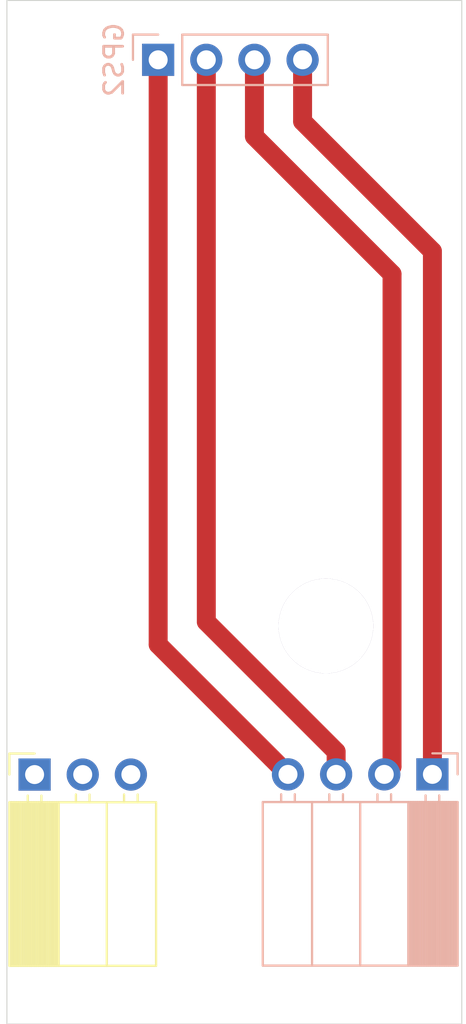
<source format=kicad_pcb>
(kicad_pcb (version 20171130) (host pcbnew "(5.1.5)-3")

  (general
    (thickness 1.6)
    (drawings 4)
    (tracks 15)
    (zones 0)
    (modules 3)
    (nets 8)
  )

  (page A4)
  (layers
    (0 F.Cu signal)
    (31 B.Cu signal)
    (32 B.Adhes user)
    (33 F.Adhes user)
    (34 B.Paste user)
    (35 F.Paste user)
    (36 B.SilkS user)
    (37 F.SilkS user)
    (38 B.Mask user)
    (39 F.Mask user)
    (40 Dwgs.User user)
    (41 Cmts.User user)
    (42 Eco1.User user)
    (43 Eco2.User user)
    (44 Edge.Cuts user)
    (45 Margin user)
    (46 B.CrtYd user)
    (47 F.CrtYd user hide)
    (48 B.Fab user)
    (49 F.Fab user hide)
  )

  (setup
    (last_trace_width 0.25)
    (user_trace_width 1)
    (trace_clearance 0.2)
    (zone_clearance 0.508)
    (zone_45_only no)
    (trace_min 0.2)
    (via_size 0.8)
    (via_drill 0.4)
    (via_min_size 0.4)
    (via_min_drill 0.3)
    (uvia_size 0.3)
    (uvia_drill 0.1)
    (uvias_allowed no)
    (uvia_min_size 0.2)
    (uvia_min_drill 0.1)
    (edge_width 0.05)
    (segment_width 0.2)
    (pcb_text_width 0.3)
    (pcb_text_size 1.5 1.5)
    (mod_edge_width 0.12)
    (mod_text_size 1 1)
    (mod_text_width 0.15)
    (pad_size 0.85 0.85)
    (pad_drill 0.5)
    (pad_to_mask_clearance 0.051)
    (solder_mask_min_width 0.25)
    (aux_axis_origin 0 0)
    (visible_elements 7FFFFFFF)
    (pcbplotparams
      (layerselection 0x010fc_ffffffff)
      (usegerberextensions false)
      (usegerberattributes false)
      (usegerberadvancedattributes false)
      (creategerberjobfile false)
      (excludeedgelayer true)
      (linewidth 0.100000)
      (plotframeref false)
      (viasonmask false)
      (mode 1)
      (useauxorigin false)
      (hpglpennumber 1)
      (hpglpenspeed 20)
      (hpglpendiameter 15.000000)
      (psnegative false)
      (psa4output false)
      (plotreference true)
      (plotvalue true)
      (plotinvisibletext false)
      (padsonsilk false)
      (subtractmaskfromsilk false)
      (outputformat 1)
      (mirror false)
      (drillshape 1)
      (scaleselection 1)
      (outputdirectory ""))
  )

  (net 0 "")
  (net 1 Gnd)
  (net 2 Vcc)
  (net 3 TX)
  (net 4 RX)
  (net 5 "Net-(Suporte1-Pad3)")
  (net 6 "Net-(Suporte1-Pad2)")
  (net 7 "Net-(Suporte1-Pad1)")

  (net_class Default "Esta é a classe de rede padrão."
    (clearance 0.2)
    (trace_width 0.25)
    (via_dia 0.8)
    (via_drill 0.4)
    (uvia_dia 0.3)
    (uvia_drill 0.1)
    (add_net Gnd)
    (add_net "Net-(Suporte1-Pad1)")
    (add_net "Net-(Suporte1-Pad2)")
    (add_net "Net-(Suporte1-Pad3)")
    (add_net RX)
    (add_net TX)
    (add_net Vcc)
  )

  (module Connector_PinHeader_2.54mm:PinHeader_1x04_P2.54mm_Vertical (layer B.Cu) (tedit 59FED5CC) (tstamp 5F7DA450)
    (at 120.98 59.13 270)
    (descr "Through hole straight pin header, 1x04, 2.54mm pitch, single row")
    (tags "Through hole pin header THT 1x04 2.54mm single row")
    (path /5F7E3809)
    (fp_text reference GPS2 (at 0 2.33 90) (layer B.SilkS)
      (effects (font (size 1 1) (thickness 0.15)) (justify mirror))
    )
    (fp_text value Con (at 0 -9.95 90) (layer B.Fab)
      (effects (font (size 1 1) (thickness 0.15)) (justify mirror))
    )
    (fp_text user %R (at 0 -3.81 180) (layer B.Fab)
      (effects (font (size 1 1) (thickness 0.15)) (justify mirror))
    )
    (fp_line (start 1.8 1.8) (end -1.8 1.8) (layer B.CrtYd) (width 0.05))
    (fp_line (start 1.8 -9.4) (end 1.8 1.8) (layer B.CrtYd) (width 0.05))
    (fp_line (start -1.8 -9.4) (end 1.8 -9.4) (layer B.CrtYd) (width 0.05))
    (fp_line (start -1.8 1.8) (end -1.8 -9.4) (layer B.CrtYd) (width 0.05))
    (fp_line (start -1.33 1.33) (end 0 1.33) (layer B.SilkS) (width 0.12))
    (fp_line (start -1.33 0) (end -1.33 1.33) (layer B.SilkS) (width 0.12))
    (fp_line (start -1.33 -1.27) (end 1.33 -1.27) (layer B.SilkS) (width 0.12))
    (fp_line (start 1.33 -1.27) (end 1.33 -8.95) (layer B.SilkS) (width 0.12))
    (fp_line (start -1.33 -1.27) (end -1.33 -8.95) (layer B.SilkS) (width 0.12))
    (fp_line (start -1.33 -8.95) (end 1.33 -8.95) (layer B.SilkS) (width 0.12))
    (fp_line (start -1.27 0.635) (end -0.635 1.27) (layer B.Fab) (width 0.1))
    (fp_line (start -1.27 -8.89) (end -1.27 0.635) (layer B.Fab) (width 0.1))
    (fp_line (start 1.27 -8.89) (end -1.27 -8.89) (layer B.Fab) (width 0.1))
    (fp_line (start 1.27 1.27) (end 1.27 -8.89) (layer B.Fab) (width 0.1))
    (fp_line (start -0.635 1.27) (end 1.27 1.27) (layer B.Fab) (width 0.1))
    (pad 4 thru_hole oval (at 0 -7.62 270) (size 1.7 1.7) (drill 1) (layers *.Cu *.Mask)
      (net 1 Gnd))
    (pad 3 thru_hole oval (at 0 -5.08 270) (size 1.7 1.7) (drill 1) (layers *.Cu *.Mask)
      (net 3 TX))
    (pad 2 thru_hole oval (at 0 -2.54 270) (size 1.7 1.7) (drill 1) (layers *.Cu *.Mask)
      (net 4 RX))
    (pad 1 thru_hole rect (at 0 0 270) (size 1.7 1.7) (drill 1) (layers *.Cu *.Mask)
      (net 2 Vcc))
    (model ${KISYS3DMOD}/Connector_PinHeader_2.54mm.3dshapes/PinHeader_1x04_P2.54mm_Vertical.wrl
      (at (xyz 0 0 0))
      (scale (xyz 1 1 1))
      (rotate (xyz 0 0 0))
    )
    (model C:/Users/Usuário/Desktop/Placa_GPS/gps_module_ublox_neo6mv2.stp
      (offset (xyz 15 -4 5))
      (scale (xyz 1 1 1))
      (rotate (xyz 90 0 90))
    )
  )

  (module Connector_PinSocket_2.54mm:PinSocket_1x03_P2.54mm_Horizontal (layer F.Cu) (tedit 5A19A429) (tstamp 5F7DA494)
    (at 114.46 96.84 90)
    (descr "Through hole angled socket strip, 1x03, 2.54mm pitch, 8.51mm socket length, single row (from Kicad 4.0.7), script generated")
    (tags "Through hole angled socket strip THT 1x03 2.54mm single row")
    (path /5F7DBCD1)
    (fp_text reference Suporte1 (at -4.38 -2.77 90) (layer F.SilkS) hide
      (effects (font (size 1 1) (thickness 0.15)))
    )
    (fp_text value Con (at -4.38 7.85 90) (layer F.Fab)
      (effects (font (size 1 1) (thickness 0.15)))
    )
    (fp_text user %R (at -5.775 2.54 90) (layer F.Fab)
      (effects (font (size 1 1) (thickness 0.15)))
    )
    (fp_line (start 1.75 6.85) (end 1.75 -1.8) (layer F.CrtYd) (width 0.05))
    (fp_line (start -10.55 6.85) (end 1.75 6.85) (layer F.CrtYd) (width 0.05))
    (fp_line (start -10.55 -1.8) (end -10.55 6.85) (layer F.CrtYd) (width 0.05))
    (fp_line (start 1.75 -1.8) (end -10.55 -1.8) (layer F.CrtYd) (width 0.05))
    (fp_line (start 0 -1.33) (end 1.11 -1.33) (layer F.SilkS) (width 0.12))
    (fp_line (start 1.11 -1.33) (end 1.11 0) (layer F.SilkS) (width 0.12))
    (fp_line (start -10.09 -1.33) (end -10.09 6.41) (layer F.SilkS) (width 0.12))
    (fp_line (start -10.09 6.41) (end -1.46 6.41) (layer F.SilkS) (width 0.12))
    (fp_line (start -1.46 -1.33) (end -1.46 6.41) (layer F.SilkS) (width 0.12))
    (fp_line (start -10.09 -1.33) (end -1.46 -1.33) (layer F.SilkS) (width 0.12))
    (fp_line (start -10.09 3.81) (end -1.46 3.81) (layer F.SilkS) (width 0.12))
    (fp_line (start -10.09 1.27) (end -1.46 1.27) (layer F.SilkS) (width 0.12))
    (fp_line (start -1.46 5.44) (end -1.05 5.44) (layer F.SilkS) (width 0.12))
    (fp_line (start -1.46 4.72) (end -1.05 4.72) (layer F.SilkS) (width 0.12))
    (fp_line (start -1.46 2.9) (end -1.05 2.9) (layer F.SilkS) (width 0.12))
    (fp_line (start -1.46 2.18) (end -1.05 2.18) (layer F.SilkS) (width 0.12))
    (fp_line (start -1.46 0.36) (end -1.11 0.36) (layer F.SilkS) (width 0.12))
    (fp_line (start -1.46 -0.36) (end -1.11 -0.36) (layer F.SilkS) (width 0.12))
    (fp_line (start -10.09 1.1519) (end -1.46 1.1519) (layer F.SilkS) (width 0.12))
    (fp_line (start -10.09 1.033805) (end -1.46 1.033805) (layer F.SilkS) (width 0.12))
    (fp_line (start -10.09 0.91571) (end -1.46 0.91571) (layer F.SilkS) (width 0.12))
    (fp_line (start -10.09 0.797615) (end -1.46 0.797615) (layer F.SilkS) (width 0.12))
    (fp_line (start -10.09 0.67952) (end -1.46 0.67952) (layer F.SilkS) (width 0.12))
    (fp_line (start -10.09 0.561425) (end -1.46 0.561425) (layer F.SilkS) (width 0.12))
    (fp_line (start -10.09 0.44333) (end -1.46 0.44333) (layer F.SilkS) (width 0.12))
    (fp_line (start -10.09 0.325235) (end -1.46 0.325235) (layer F.SilkS) (width 0.12))
    (fp_line (start -10.09 0.20714) (end -1.46 0.20714) (layer F.SilkS) (width 0.12))
    (fp_line (start -10.09 0.089045) (end -1.46 0.089045) (layer F.SilkS) (width 0.12))
    (fp_line (start -10.09 -0.02905) (end -1.46 -0.02905) (layer F.SilkS) (width 0.12))
    (fp_line (start -10.09 -0.147145) (end -1.46 -0.147145) (layer F.SilkS) (width 0.12))
    (fp_line (start -10.09 -0.26524) (end -1.46 -0.26524) (layer F.SilkS) (width 0.12))
    (fp_line (start -10.09 -0.383335) (end -1.46 -0.383335) (layer F.SilkS) (width 0.12))
    (fp_line (start -10.09 -0.50143) (end -1.46 -0.50143) (layer F.SilkS) (width 0.12))
    (fp_line (start -10.09 -0.619525) (end -1.46 -0.619525) (layer F.SilkS) (width 0.12))
    (fp_line (start -10.09 -0.73762) (end -1.46 -0.73762) (layer F.SilkS) (width 0.12))
    (fp_line (start -10.09 -0.855715) (end -1.46 -0.855715) (layer F.SilkS) (width 0.12))
    (fp_line (start -10.09 -0.97381) (end -1.46 -0.97381) (layer F.SilkS) (width 0.12))
    (fp_line (start -10.09 -1.091905) (end -1.46 -1.091905) (layer F.SilkS) (width 0.12))
    (fp_line (start -10.09 -1.21) (end -1.46 -1.21) (layer F.SilkS) (width 0.12))
    (fp_line (start 0 5.38) (end 0 4.78) (layer F.Fab) (width 0.1))
    (fp_line (start -1.52 5.38) (end 0 5.38) (layer F.Fab) (width 0.1))
    (fp_line (start 0 4.78) (end -1.52 4.78) (layer F.Fab) (width 0.1))
    (fp_line (start 0 2.84) (end 0 2.24) (layer F.Fab) (width 0.1))
    (fp_line (start -1.52 2.84) (end 0 2.84) (layer F.Fab) (width 0.1))
    (fp_line (start 0 2.24) (end -1.52 2.24) (layer F.Fab) (width 0.1))
    (fp_line (start 0 0.3) (end 0 -0.3) (layer F.Fab) (width 0.1))
    (fp_line (start -1.52 0.3) (end 0 0.3) (layer F.Fab) (width 0.1))
    (fp_line (start 0 -0.3) (end -1.52 -0.3) (layer F.Fab) (width 0.1))
    (fp_line (start -10.03 6.35) (end -10.03 -1.27) (layer F.Fab) (width 0.1))
    (fp_line (start -1.52 6.35) (end -10.03 6.35) (layer F.Fab) (width 0.1))
    (fp_line (start -1.52 -0.3) (end -1.52 6.35) (layer F.Fab) (width 0.1))
    (fp_line (start -2.49 -1.27) (end -1.52 -0.3) (layer F.Fab) (width 0.1))
    (fp_line (start -10.03 -1.27) (end -2.49 -1.27) (layer F.Fab) (width 0.1))
    (pad 3 thru_hole oval (at 0 5.08 90) (size 1.7 1.7) (drill 1) (layers *.Cu *.Mask)
      (net 5 "Net-(Suporte1-Pad3)"))
    (pad 2 thru_hole oval (at 0 2.54 90) (size 1.7 1.7) (drill 1) (layers *.Cu *.Mask)
      (net 6 "Net-(Suporte1-Pad2)"))
    (pad 1 thru_hole rect (at 0 0 90) (size 1.7 1.7) (drill 1) (layers *.Cu *.Mask)
      (net 7 "Net-(Suporte1-Pad1)"))
    (model ${KISYS3DMOD}/Connector_PinSocket_2.54mm.3dshapes/PinSocket_1x03_P2.54mm_Horizontal.wrl
      (at (xyz 0 0 0))
      (scale (xyz 1 1 1))
      (rotate (xyz 0 0 0))
    )
  )

  (module Connector_PinSocket_2.54mm:PinSocket_1x04_P2.54mm_Horizontal (layer B.Cu) (tedit 5A19A424) (tstamp 5F7DA438)
    (at 135.45 96.83 90)
    (descr "Through hole angled socket strip, 1x04, 2.54mm pitch, 8.51mm socket length, single row (from Kicad 4.0.7), script generated")
    (tags "Through hole angled socket strip THT 1x04 2.54mm single row")
    (path /5F7DA268)
    (fp_text reference GPS1 (at -4.38 2.77 270) (layer B.SilkS) hide
      (effects (font (size 1 1) (thickness 0.15)) (justify mirror))
    )
    (fp_text value Con (at -4.38 -10.39 270) (layer B.Fab)
      (effects (font (size 1 1) (thickness 0.15)) (justify mirror))
    )
    (fp_text user %R (at -5.775 -3.81) (layer B.Fab)
      (effects (font (size 1 1) (thickness 0.15)) (justify mirror))
    )
    (fp_line (start 1.75 -9.45) (end 1.75 1.75) (layer B.CrtYd) (width 0.05))
    (fp_line (start -10.55 -9.45) (end 1.75 -9.45) (layer B.CrtYd) (width 0.05))
    (fp_line (start -10.55 1.75) (end -10.55 -9.45) (layer B.CrtYd) (width 0.05))
    (fp_line (start 1.75 1.75) (end -10.55 1.75) (layer B.CrtYd) (width 0.05))
    (fp_line (start 0 1.33) (end 1.11 1.33) (layer B.SilkS) (width 0.12))
    (fp_line (start 1.11 1.33) (end 1.11 0) (layer B.SilkS) (width 0.12))
    (fp_line (start -10.09 1.33) (end -10.09 -8.95) (layer B.SilkS) (width 0.12))
    (fp_line (start -10.09 -8.95) (end -1.46 -8.95) (layer B.SilkS) (width 0.12))
    (fp_line (start -1.46 1.33) (end -1.46 -8.95) (layer B.SilkS) (width 0.12))
    (fp_line (start -10.09 1.33) (end -1.46 1.33) (layer B.SilkS) (width 0.12))
    (fp_line (start -10.09 -6.35) (end -1.46 -6.35) (layer B.SilkS) (width 0.12))
    (fp_line (start -10.09 -3.81) (end -1.46 -3.81) (layer B.SilkS) (width 0.12))
    (fp_line (start -10.09 -1.27) (end -1.46 -1.27) (layer B.SilkS) (width 0.12))
    (fp_line (start -1.46 -7.98) (end -1.05 -7.98) (layer B.SilkS) (width 0.12))
    (fp_line (start -1.46 -7.26) (end -1.05 -7.26) (layer B.SilkS) (width 0.12))
    (fp_line (start -1.46 -5.44) (end -1.05 -5.44) (layer B.SilkS) (width 0.12))
    (fp_line (start -1.46 -4.72) (end -1.05 -4.72) (layer B.SilkS) (width 0.12))
    (fp_line (start -1.46 -2.9) (end -1.05 -2.9) (layer B.SilkS) (width 0.12))
    (fp_line (start -1.46 -2.18) (end -1.05 -2.18) (layer B.SilkS) (width 0.12))
    (fp_line (start -1.46 -0.36) (end -1.11 -0.36) (layer B.SilkS) (width 0.12))
    (fp_line (start -1.46 0.36) (end -1.11 0.36) (layer B.SilkS) (width 0.12))
    (fp_line (start -10.09 -1.1519) (end -1.46 -1.1519) (layer B.SilkS) (width 0.12))
    (fp_line (start -10.09 -1.033805) (end -1.46 -1.033805) (layer B.SilkS) (width 0.12))
    (fp_line (start -10.09 -0.91571) (end -1.46 -0.91571) (layer B.SilkS) (width 0.12))
    (fp_line (start -10.09 -0.797615) (end -1.46 -0.797615) (layer B.SilkS) (width 0.12))
    (fp_line (start -10.09 -0.67952) (end -1.46 -0.67952) (layer B.SilkS) (width 0.12))
    (fp_line (start -10.09 -0.561425) (end -1.46 -0.561425) (layer B.SilkS) (width 0.12))
    (fp_line (start -10.09 -0.44333) (end -1.46 -0.44333) (layer B.SilkS) (width 0.12))
    (fp_line (start -10.09 -0.325235) (end -1.46 -0.325235) (layer B.SilkS) (width 0.12))
    (fp_line (start -10.09 -0.20714) (end -1.46 -0.20714) (layer B.SilkS) (width 0.12))
    (fp_line (start -10.09 -0.089045) (end -1.46 -0.089045) (layer B.SilkS) (width 0.12))
    (fp_line (start -10.09 0.02905) (end -1.46 0.02905) (layer B.SilkS) (width 0.12))
    (fp_line (start -10.09 0.147145) (end -1.46 0.147145) (layer B.SilkS) (width 0.12))
    (fp_line (start -10.09 0.26524) (end -1.46 0.26524) (layer B.SilkS) (width 0.12))
    (fp_line (start -10.09 0.383335) (end -1.46 0.383335) (layer B.SilkS) (width 0.12))
    (fp_line (start -10.09 0.50143) (end -1.46 0.50143) (layer B.SilkS) (width 0.12))
    (fp_line (start -10.09 0.619525) (end -1.46 0.619525) (layer B.SilkS) (width 0.12))
    (fp_line (start -10.09 0.73762) (end -1.46 0.73762) (layer B.SilkS) (width 0.12))
    (fp_line (start -10.09 0.855715) (end -1.46 0.855715) (layer B.SilkS) (width 0.12))
    (fp_line (start -10.09 0.97381) (end -1.46 0.97381) (layer B.SilkS) (width 0.12))
    (fp_line (start -10.09 1.091905) (end -1.46 1.091905) (layer B.SilkS) (width 0.12))
    (fp_line (start -10.09 1.21) (end -1.46 1.21) (layer B.SilkS) (width 0.12))
    (fp_line (start 0 -7.92) (end 0 -7.32) (layer B.Fab) (width 0.1))
    (fp_line (start -1.52 -7.92) (end 0 -7.92) (layer B.Fab) (width 0.1))
    (fp_line (start 0 -7.32) (end -1.52 -7.32) (layer B.Fab) (width 0.1))
    (fp_line (start 0 -5.38) (end 0 -4.78) (layer B.Fab) (width 0.1))
    (fp_line (start -1.52 -5.38) (end 0 -5.38) (layer B.Fab) (width 0.1))
    (fp_line (start 0 -4.78) (end -1.52 -4.78) (layer B.Fab) (width 0.1))
    (fp_line (start 0 -2.84) (end 0 -2.24) (layer B.Fab) (width 0.1))
    (fp_line (start -1.52 -2.84) (end 0 -2.84) (layer B.Fab) (width 0.1))
    (fp_line (start 0 -2.24) (end -1.52 -2.24) (layer B.Fab) (width 0.1))
    (fp_line (start 0 -0.3) (end 0 0.3) (layer B.Fab) (width 0.1))
    (fp_line (start -1.52 -0.3) (end 0 -0.3) (layer B.Fab) (width 0.1))
    (fp_line (start 0 0.3) (end -1.52 0.3) (layer B.Fab) (width 0.1))
    (fp_line (start -10.03 -8.89) (end -10.03 1.27) (layer B.Fab) (width 0.1))
    (fp_line (start -1.52 -8.89) (end -10.03 -8.89) (layer B.Fab) (width 0.1))
    (fp_line (start -1.52 0.3) (end -1.52 -8.89) (layer B.Fab) (width 0.1))
    (fp_line (start -2.49 1.27) (end -1.52 0.3) (layer B.Fab) (width 0.1))
    (fp_line (start -10.03 1.27) (end -2.49 1.27) (layer B.Fab) (width 0.1))
    (pad 4 thru_hole oval (at 0 -7.62 90) (size 1.7 1.7) (drill 1) (layers *.Cu *.Mask)
      (net 2 Vcc))
    (pad 3 thru_hole oval (at 0 -5.08 90) (size 1.7 1.7) (drill 1) (layers *.Cu *.Mask)
      (net 4 RX))
    (pad 2 thru_hole oval (at 0 -2.54 90) (size 1.7 1.7) (drill 1) (layers *.Cu *.Mask)
      (net 3 TX))
    (pad 1 thru_hole rect (at 0 0 90) (size 1.7 1.7) (drill 1) (layers *.Cu *.Mask)
      (net 1 Gnd))
    (model ${KISYS3DMOD}/Connector_PinSocket_2.54mm.3dshapes/PinSocket_1x04_P2.54mm_Horizontal.wrl
      (at (xyz 0 0 0))
      (scale (xyz 1 1 1))
      (rotate (xyz 0 0 0))
    )
  )

  (gr_line (start 113 56) (end 113 110) (layer Edge.Cuts) (width 0.05))
  (gr_line (start 137 56) (end 113 56) (layer Edge.Cuts) (width 0.05))
  (gr_line (start 137 110) (end 137 56) (layer Edge.Cuts) (width 0.05))
  (gr_line (start 113 110) (end 137 110) (layer Edge.Cuts) (width 0.05))

  (via (at 129.83 89) (size 5) (drill 4.9999) (layers F.Cu B.Cu) (net 0))
  (segment (start 135.45 69.23) (end 135.45 96.83) (width 1) (layer F.Cu) (net 1))
  (segment (start 128.6 59.13) (end 128.6 62.38) (width 1) (layer F.Cu) (net 1))
  (segment (start 128.6 62.38) (end 135.45 69.23) (width 1) (layer F.Cu) (net 1))
  (segment (start 126.980001 95.980001) (end 127.83 96.83) (width 1) (layer F.Cu) (net 2))
  (segment (start 120.98 59.13) (end 120.98 89.98) (width 1) (layer F.Cu) (net 2))
  (segment (start 120.98 89.98) (end 126.980001 95.980001) (width 1) (layer F.Cu) (net 2))
  (segment (start 126.06 59.13) (end 126.06 63.17) (width 1) (layer F.Cu) (net 3))
  (segment (start 133.32 96.42) (end 132.91 96.83) (width 1) (layer F.Cu) (net 3))
  (segment (start 133.32 70.43) (end 133.32 96.42) (width 1) (layer F.Cu) (net 3))
  (segment (start 126.06 63.17) (end 133.32 70.43) (width 1) (layer F.Cu) (net 3))
  (segment (start 123.52 60.332081) (end 123.52 59.13) (width 1) (layer F.Cu) (net 4))
  (segment (start 123.52 88.777919) (end 123.52 60.332081) (width 1) (layer F.Cu) (net 4))
  (segment (start 130.37 95.627919) (end 123.52 88.777919) (width 1) (layer F.Cu) (net 4))
  (segment (start 130.37 96.83) (end 130.37 95.627919) (width 1) (layer F.Cu) (net 4))

)

</source>
